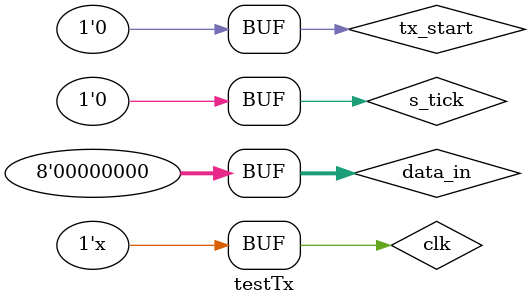
<source format=v>
`timescale 1ns / 1ps


module testTx;

	// Inputs
	reg clk;
	reg tx_start;
	reg s_tick;
	reg [7:0] data_in;

	// Outputs
	wire tx_done_tick;
	wire tx;

	// Instantiate the Unit Under Test (UUT)
	UartTx uut (
		.clk(clk), 
		.tx_start(tx_start), 
		.s_tick(s_tick), 
		.data_in(data_in), 
		.tx_done_tick(tx_done_tick), 
		.tx(tx)
	);

	initial begin
		// Initialize Inputs
		clk = 0;
		tx_start = 0;
		s_tick = 0;
		data_in = 0;

		// Wait 100 ns for global reset to finish
		#100;
        
		// Add stimulus here

	end
      
		always #100 clk = ~clk;
endmodule


</source>
